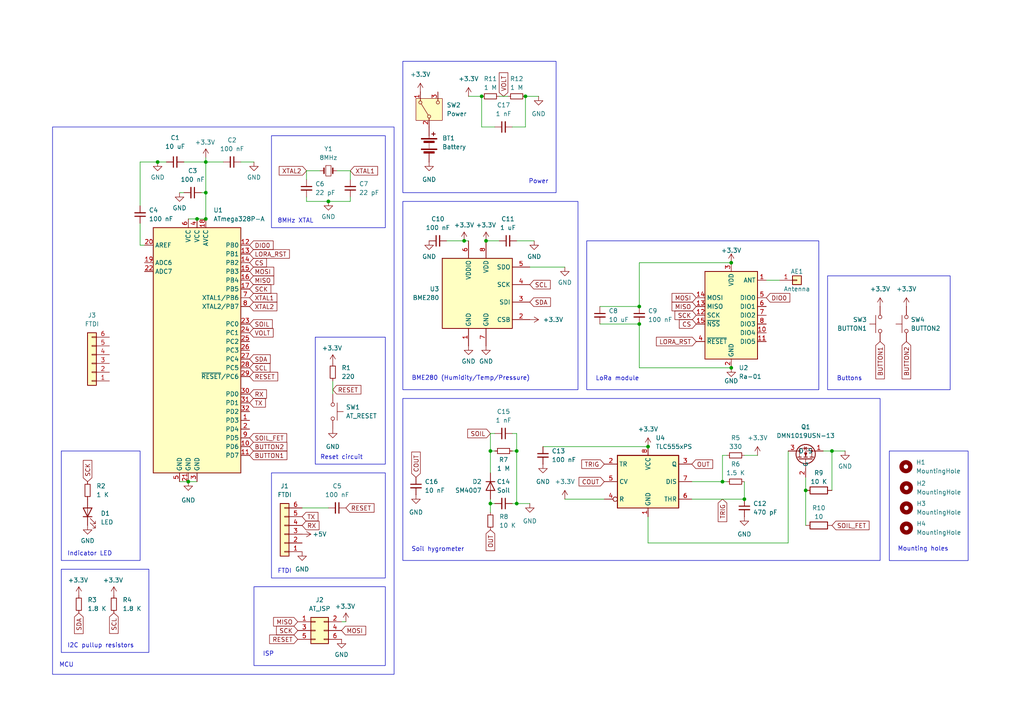
<source format=kicad_sch>
(kicad_sch (version 20231120) (generator "eeschema") (generator_version "8.0")
  (paper "A4")
  (lib_symbols
    (symbol "+3.3V_1" (power) (pin_numbers hide) (pin_names (offset 0) hide)
      (property "Value" "+3.3V" (at 0 3.556 0))
      (symbol "+3.3V_1_1_1"
        (pin power_in line (at 0 0 90) (length 0) (name "~") (number "1"))
      )
    )
    (symbol "+3.3V_2" (power) (pin_numbers hide) (pin_names (offset 0) hide)
      (property "Value" "+3.3V" (at 0 3.556 0))
      (symbol "+3.3V_2_1_1"
        (pin power_in line (at 0 0 90) (length 0) (name "~") (number "1"))
      )
    )
    (symbol "+3.3V_3" (power) (pin_numbers hide) (pin_names (offset 0) hide)
      (property "Value" "+3.3V" (at 0 3.556 0))
      (symbol "+3.3V_3_1_1"
        (pin power_in line (at 0 0 90) (length 0) (name "~") (number "1"))
      )
    )
    (symbol "+3.3V_4" (power) (pin_numbers hide) (pin_names (offset 0) hide)
      (property "Value" "+3.3V" (at 0 3.556 0))
      (symbol "+3.3V_4_1_1"
        (pin power_in line (at 0 0 90) (length 0) (name "~") (number "1"))
      )
    )
    (symbol "+3.3V_5" (power) (pin_numbers hide) (pin_names (offset 0) hide)
      (property "Value" "+3.3V" (at 0 3.556 0))
      (symbol "+3.3V_5_1_1"
        (pin power_in line (at 0 0 90) (length 0) (name "~") (number "1"))
      )
    )
    (symbol "+5V_1" (power) (pin_numbers hide) (pin_names (offset 0) hide)
      (property "Value" "+5V" (at 0 3.556 0))
      (symbol "+5V_1_1_1"
        (pin power_in line (at 0 0 90) (length 0) (name "~") (number "1"))
      )
    )
    (symbol "ATmega328P-A_1"
      (property "Reference" "U" (at -12.7 36.83 0))
      (property "Value" "ATmega328P-A" (at 2.54 -36.83 0))
      (symbol "ATmega328P-A_1_1_1"
        (pin bidirectional line (at 15.24 -20.32 180) (length 2.54) (name "PD3") (number "1"))
        (pin bidirectional line (at 15.24 -27.94 180) (length 2.54) (name "PD6") (number "10"))
        (pin bidirectional line (at 15.24 -30.48 180) (length 2.54) (name "PD7") (number "11"))
        (pin bidirectional line (at 15.24 30.48 180) (length 2.54) (name "PB0") (number "12"))
        (pin bidirectional line (at 15.24 27.94 180) (length 2.54) (name "PB1") (number "13"))
        (pin bidirectional line (at 15.24 25.4 180) (length 2.54) (name "PB2") (number "14"))
        (pin bidirectional line (at 15.24 22.86 180) (length 2.54) (name "PB3") (number "15"))
        (pin bidirectional line (at 15.24 20.32 180) (length 2.54) (name "PB4") (number "16"))
        (pin bidirectional line (at 15.24 17.78 180) (length 2.54) (name "PB5") (number "17"))
        (pin power_in line (at 2.54 38.1 270) (length 2.54) (name "AVCC") (number "18"))
        (pin input line (at -15.24 25.4 0) (length 2.54) (name "ADC6") (number "19"))
        (pin bidirectional line (at 15.24 -22.86 180) (length 2.54) (name "PD4") (number "2"))
        (pin passive line (at -15.24 30.48 0) (length 2.54) (name "AREF") (number "20"))
        (pin passive line (at -2.54 -38.1 90) (length 2.54) (name "GND") (number "21"))
        (pin input line (at -15.24 22.86 0) (length 2.54) (name "ADC7") (number "22"))
        (pin bidirectional line (at 15.24 7.62 180) (length 2.54) (name "PC0") (number "23"))
        (pin bidirectional line (at 15.24 5.08 180) (length 2.54) (name "PC1") (number "24"))
        (pin bidirectional line (at 15.24 2.54 180) (length 2.54) (name "PC2") (number "25"))
        (pin bidirectional line (at 15.24 0 180) (length 2.54) (name "PC3") (number "26"))
        (pin bidirectional line (at 15.24 -2.54 180) (length 2.54) (name "PC4") (number "27"))
        (pin bidirectional line (at 15.24 -5.08 180) (length 2.54) (name "PC5") (number "28"))
        (pin bidirectional line (at 15.24 -7.62 180) (length 2.54) (name "~{RESET}/PC6") (number "29"))
        (pin power_in line (at 0 -38.1 90) (length 2.54) (name "GND") (number "3"))
        (pin bidirectional line (at 15.24 -12.7 180) (length 2.54) (name "PD0") (number "30"))
        (pin bidirectional line (at 15.24 -15.24 180) (length 2.54) (name "PD1") (number "31"))
        (pin bidirectional line (at 15.24 -17.78 180) (length 2.54) (name "PD2") (number "32"))
        (pin power_in line (at 0 38.1 270) (length 2.54) (name "VCC") (number "4"))
        (pin passive line (at -5.08 -38.1 90) (length 2.54) (name "GND") (number "5"))
        (pin passive line (at -2.54 38.1 270) (length 2.54) (name "VCC") (number "6"))
        (pin bidirectional line (at 15.24 15.24 180) (length 2.54) (name "XTAL1/PB6") (number "7"))
        (pin bidirectional line (at 15.24 12.7 180) (length 2.54) (name "XTAL2/PB7") (number "8"))
        (pin bidirectional line (at 15.24 -25.4 180) (length 2.54) (name "PD5") (number "9"))
      )
    )
    (symbol "Connector_Generic:Conn_01x01" (pin_names (offset 1.016) hide)
      (property "Reference" "J" (at 0 2.54 0))
      (property "Value" "Conn_01x01" (at 0 -2.54 0))
      (symbol "Conn_01x01_1_1"
        (pin passive line (at -5.08 0 0) (length 3.81) (name "Pin_1") (number "1"))
      )
    )
    (symbol "Connector_Generic:Conn_01x06" (pin_names (offset 1.016) hide)
      (property "Reference" "J" (at 0 7.62 0))
      (property "Value" "Conn_01x06" (at 0 -10.16 0))
      (symbol "Conn_01x06_1_1"
        (pin passive line (at -5.08 5.08 0) (length 3.81) (name "Pin_1") (number "1"))
        (pin passive line (at -5.08 2.54 0) (length 3.81) (name "Pin_2") (number "2"))
        (pin passive line (at -5.08 0 0) (length 3.81) (name "Pin_3") (number "3"))
        (pin passive line (at -5.08 -2.54 0) (length 3.81) (name "Pin_4") (number "4"))
        (pin passive line (at -5.08 -5.08 0) (length 3.81) (name "Pin_5") (number "5"))
        (pin passive line (at -5.08 -7.62 0) (length 3.81) (name "Pin_6") (number "6"))
      )
    )
    (symbol "Connector_Generic:Conn_02x03_Odd_Even" (pin_names (offset 1.016) hide)
      (property "Reference" "J" (at 1.27 5.08 0))
      (property "Value" "Conn_02x03_Odd_Even" (at 1.27 -5.08 0))
      (symbol "Conn_02x03_Odd_Even_1_1"
        (pin passive line (at -5.08 2.54 0) (length 3.81) (name "Pin_1") (number "1"))
        (pin passive line (at 7.62 2.54 180) (length 3.81) (name "Pin_2") (number "2"))
        (pin passive line (at -5.08 0 0) (length 3.81) (name "Pin_3") (number "3"))
        (pin passive line (at 7.62 0 180) (length 3.81) (name "Pin_4") (number "4"))
        (pin passive line (at -5.08 -2.54 0) (length 3.81) (name "Pin_5") (number "5"))
        (pin passive line (at 7.62 -2.54 180) (length 3.81) (name "Pin_6") (number "6"))
      )
    )
    (symbol "Device:Battery" (pin_numbers hide) (pin_names (offset 0) hide)
      (property "Reference" "BT" (at 2.54 2.54 0))
      (property "Value" "Battery" (at 2.54 0 0))
      (symbol "Battery_1_1"
        (pin passive line (at 0 5.08 270) (length 2.54) (name "+") (number "1"))
        (pin passive line (at 0 -5.08 90) (length 2.54) (name "-") (number "2"))
      )
    )
    (symbol "Device:C_Small" (pin_numbers hide) (pin_names (offset 0.254) hide)
      (property "Reference" "C" (at 0.254 1.778 0))
      (property "Value" "C_Small" (at 0.254 -2.032 0))
      (symbol "C_Small_1_1"
        (pin passive line (at 0 2.54 270) (length 2.032) (name "~") (number "1"))
        (pin passive line (at 0 -2.54 90) (length 2.032) (name "~") (number "2"))
      )
    )
    (symbol "Device:Crystal_Small" (pin_numbers hide) (pin_names (offset 1.016) hide)
      (property "Reference" "Y" (at 0 2.54 0))
      (property "Value" "Crystal_Small" (at 0 -2.54 0))
      (symbol "Crystal_Small_1_1"
        (pin passive line (at -2.54 0 0) (length 1.27) (name "1") (number "1"))
        (pin passive line (at 2.54 0 180) (length 1.27) (name "2") (number "2"))
      )
    )
    (symbol "Device:LED" (pin_numbers hide) (pin_names (offset 1.016) hide)
      (property "Reference" "D" (at 0 2.54 0))
      (property "Value" "LED" (at 0 -2.54 0))
      (symbol "LED_1_1"
        (pin passive line (at -3.81 0 0) (length 2.54) (name "K") (number "1"))
        (pin passive line (at 3.81 0 180) (length 2.54) (name "A") (number "2"))
      )
    )
    (symbol "Device:R" (pin_numbers hide) (pin_names (offset 0))
      (property "Reference" "R" (at 2.032 0 90))
      (property "Value" "R" (at 0 0 90))
      (symbol "R_1_1"
        (pin passive line (at 0 3.81 270) (length 1.27) (name "~") (number "1"))
        (pin passive line (at 0 -3.81 90) (length 1.27) (name "~") (number "2"))
      )
    )
    (symbol "Device:R_Small" (pin_numbers hide) (pin_names (offset 0.254) hide)
      (property "Reference" "R" (at 0.762 0.508 0))
      (property "Value" "R_Small" (at 0.762 -1.016 0))
      (symbol "R_Small_1_1"
        (pin passive line (at 0 2.54 270) (length 0.762) (name "~") (number "1"))
        (pin passive line (at 0 -2.54 90) (length 0.762) (name "~") (number "2"))
      )
    )
    (symbol "Diode:SM4007" (pin_numbers hide) (pin_names hide)
      (property "Reference" "D" (at 0 2.54 0))
      (property "Value" "SM4007" (at 0 -2.54 0))
      (symbol "SM4007_1_1"
        (pin passive line (at -3.81 0 0) (length 2.54) (name "K") (number "1"))
        (pin passive line (at 3.81 0 180) (length 2.54) (name "A") (number "2"))
      )
    )
    (symbol "GND_1" (power) (pin_numbers hide) (pin_names (offset 0) hide)
      (property "Value" "GND" (at 0 -3.81 0))
      (symbol "GND_1_1_1"
        (pin power_in line (at 0 0 270) (length 0) (name "~") (number "1"))
      )
    )
    (symbol "GND_15" (power) (pin_names (offset 0))
      (property "Value" "GND_15" (at 0 -3.81 0))
      (symbol "GND_15_1_1"
        (pin power_in line (at 0 0 270) (length 0) hide (name "GND") (number "1"))
      )
    )
    (symbol "GND_16" (power) (pin_numbers hide) (pin_names (offset 0) hide)
      (property "Value" "GND" (at 0 -3.81 0))
      (symbol "GND_16_1_1"
        (pin power_in line (at 0 0 270) (length 0) (name "~") (number "1"))
      )
    )
    (symbol "GND_3" (power) (pin_names (offset 0))
      (property "Value" "GND_3" (at 0 -3.81 0))
      (symbol "GND_3_1_1"
        (pin power_in line (at 0 0 270) (length 0) hide (name "GND") (number "1"))
      )
    )
    (symbol "GND_4" (power) (pin_names (offset 0))
      (property "Value" "GND_4" (at 0 -3.81 0))
      (symbol "GND_4_1_1"
        (pin power_in line (at 0 0 270) (length 0) hide (name "GND") (number "1"))
      )
    )
    (symbol "Mechanical:MountingHole" (pin_names (offset 1.016))
      (property "Reference" "H" (at 0 5.08 0))
      (property "Value" "MountingHole" (at 0 3.175 0))
    )
    (symbol "RF_Module:Ai-Thinker-Ra-01"
      (property "Reference" "U" (at 2.54 17.78 0))
      (property "Value" "Ai-Thinker-Ra-01" (at 13.97 -15.24 0))
      (symbol "Ai-Thinker-Ra-01_1_1"
        (pin passive line (at 10.16 10.16 180) (length 2.54) (name "ANT") (number "1"))
        (pin bidirectional line (at 10.16 -5.08 180) (length 2.54) (name "DIO4") (number "10"))
        (pin bidirectional line (at 10.16 -7.62 180) (length 2.54) (name "DIO5") (number "11"))
        (pin input line (at -10.16 0 0) (length 2.54) (name "SCK") (number "12"))
        (pin output line (at -10.16 2.54 0) (length 2.54) (name "MISO") (number "13"))
        (pin input line (at -10.16 5.08 0) (length 2.54) (name "MOSI") (number "14"))
        (pin input line (at -10.16 -2.54 0) (length 2.54) (name "~{NSS}") (number "15"))
        (pin passive line (at 0 -15.24 90) (length 2.54) hide (name "GND") (number "16"))
        (pin power_in line (at 0 -15.24 90) (length 2.54) (name "GND") (number "2"))
        (pin power_in line (at 0 15.24 270) (length 2.54) (name "VDD") (number "3"))
        (pin input line (at -10.16 -7.62 0) (length 2.54) (name "~{RESET}") (number "4"))
        (pin bidirectional line (at 10.16 5.08 180) (length 2.54) (name "DIO0") (number "5"))
        (pin bidirectional line (at 10.16 2.54 180) (length 2.54) (name "DIO1") (number "6"))
        (pin bidirectional line (at 10.16 0 180) (length 2.54) (name "DIO2") (number "7"))
        (pin bidirectional line (at 10.16 -2.54 180) (length 2.54) (name "DIO3") (number "8"))
        (pin passive line (at 0 -15.24 90) (length 2.54) hide (name "GND") (number "9"))
      )
    )
    (symbol "Sensor:BME280"
      (property "Reference" "U" (at -8.89 11.43 0))
      (property "Value" "BME280" (at 7.62 11.43 0))
      (symbol "BME280_1_1"
        (pin power_in line (at -2.54 -15.24 90) (length 5.08) (name "GND") (number "1"))
        (pin input line (at 15.24 -7.62 180) (length 5.08) (name "CSB") (number "2"))
        (pin bidirectional line (at 15.24 -2.54 180) (length 5.08) (name "SDI") (number "3"))
        (pin input line (at 15.24 2.54 180) (length 5.08) (name "SCK") (number "4"))
        (pin bidirectional line (at 15.24 7.62 180) (length 5.08) (name "SDO") (number "5"))
        (pin power_in line (at -2.54 15.24 270) (length 5.08) (name "VDDIO") (number "6"))
        (pin power_in line (at 2.54 -15.24 90) (length 5.08) (name "GND") (number "7"))
        (pin power_in line (at 2.54 15.24 270) (length 5.08) (name "VDD") (number "8"))
      )
    )
    (symbol "Switch:SW_Push" (pin_numbers hide) (pin_names (offset 1.016) hide)
      (property "Reference" "SW" (at 1.27 2.54 0))
      (property "Value" "SW_Push" (at 0 -1.524 0))
      (symbol "SW_Push_0_1"
        (pin passive line (at -5.08 0 0) (length 2.54) (name "1") (number "1"))
        (pin passive line (at 5.08 0 180) (length 2.54) (name "2") (number "2"))
      )
    )
    (symbol "Switch:SW_SPDT" (pin_names (offset 0) hide)
      (property "Reference" "SW" (at 0 5.08 0))
      (property "Value" "SW_SPDT" (at 0 -5.08 0))
      (symbol "SW_SPDT_1_1"
        (pin passive line (at 5.08 2.54 180) (length 2.54) (name "A") (number "1"))
        (pin passive line (at -5.08 0 0) (length 2.54) (name "B") (number "2"))
        (pin passive line (at 5.08 -2.54 180) (length 2.54) (name "C") (number "3"))
      )
    )
    (symbol "Timer:TLC555xPS"
      (property "Reference" "U" (at -10.16 8.89 0))
      (property "Value" "TLC555xPS" (at 2.54 8.89 0))
      (symbol "TLC555xPS_0_0"
        (pin power_in line (at 0 -10.16 90) (length 2.54) (name "GND") (number "1"))
        (pin power_in line (at 0 10.16 270) (length 2.54) (name "VCC") (number "8"))
      )
      (symbol "TLC555xPS_1_1"
        (pin input line (at -12.7 5.08 0) (length 3.81) (name "TR") (number "2"))
        (pin output line (at 12.7 5.08 180) (length 3.81) (name "Q") (number "3"))
        (pin input inverted (at -12.7 -5.08 0) (length 3.81) (name "R") (number "4"))
        (pin input line (at -12.7 0 0) (length 3.81) (name "CV") (number "5"))
        (pin input line (at 12.7 -5.08 180) (length 3.81) (name "THR") (number "6"))
        (pin input line (at 12.7 0 180) (length 3.81) (name "DIS") (number "7"))
      )
    )
    (symbol "Transistor_FET:DMN1019USN-13"
      (property "Reference" "U" (at 0 0 0))
      (symbol "DMN1019USN-13_1_1"
        (pin passive line (at -3.81 -5.08 90) (length 2.54) (name "S") (number "1"))
        (pin input line (at -11.43 0 0) (length 2.54) (name "G") (number "2"))
        (pin passive line (at -3.81 5.08 270) (length 2.54) (name "D") (number "3"))
      )
    )
    (symbol "power:+3.3V" (power) (pin_names (offset 0))
      (property "Value" "+3.3V" (at 0 3.556 0))
      (symbol "+3.3V_1_1"
        (pin power_in line (at 0 0 90) (length 0) hide (name "+3.3V") (number "1"))
      )
    )
    (symbol "power:GND" (power) (pin_numbers hide) (pin_names (offset 0) hide)
      (property "Value" "GND" (at 0 -3.81 0))
      (symbol "GND_1_1"
        (pin power_in line (at 0 0 270) (length 0) (name "~") (number "1"))
      )
    )
    (symbol "symbols:C_Small" (pin_numbers hide) (pin_names (offset 0.254) hide)
      (property "Reference" "C" (at 0.254 1.778 0))
      (property "Value" "C_Small" (at 0.254 -2.032 0))
      (symbol "C_Small_1_1"
        (pin passive line (at 0 2.54 270) (length 2.032) (name "~") (number "1"))
        (pin passive line (at 0 -2.54 90) (length 2.032) (name "~") (number "2"))
      )
    )
  )
  (junction (at 149.86 130.81))
  (junction (at 152.4 27.94))
  (junction (at 142.24 146.05))
  (junction (at 185.42 88.9))
  (junction (at 215.9 144.78))
  (junction (at 209.55 139.7))
  (junction (at 140.97 69.85))
  (junction (at 54.61 139.7))
  (junction (at 95.25 58.42))
  (junction (at 241.3 130.81))
  (junction (at 139.7 27.94))
  (junction (at 59.69 55.88))
  (junction (at 45.72 46.99))
  (junction (at 185.42 93.98))
  (junction (at 57.15 63.5))
  (junction (at 134.62 69.85))
  (junction (at 212.09 76.2))
  (junction (at 233.68 142.24))
  (junction (at 212.09 106.68))
  (junction (at 59.69 46.99))
  (junction (at 187.96 129.54))
  (junction (at 142.24 130.81))
  (junction (at 149.86 146.05))
  (junction (at 59.69 63.5))
  (wire (pts (xy 101.6 49.53) (xy 97.79 49.53)))
  (wire (pts (xy 215.9 139.7) (xy 215.9 144.78)))
  (wire (pts (xy 149.86 130.81) (xy 148.59 130.81)))
  (wire (pts (xy 96.52 110.49) (xy 96.52 114.3)))
  (wire (pts (xy 142.24 144.78) (xy 142.24 146.05)))
  (wire (pts (xy 233.68 138.43) (xy 233.68 142.24)))
  (wire (pts (xy 245.11 130.81) (xy 241.3 130.81)))
  (wire (pts (xy 185.42 88.9) (xy 185.42 76.2)))
  (wire (pts (xy 139.7 36.83) (xy 143.51 36.83)))
  (wire (pts (xy 135.89 27.94) (xy 139.7 27.94)))
  (wire (pts (xy 215.9 132.08) (xy 219.71 132.08)))
  (wire (pts (xy 54.61 139.7) (xy 57.15 139.7)))
  (wire (pts (xy 40.64 46.99) (xy 45.72 46.99)))
  (wire (pts (xy 53.34 46.99) (xy 59.69 46.99)))
  (wire (pts (xy 149.86 146.05) (xy 149.86 130.81)))
  (wire (pts (xy 200.66 144.78) (xy 215.9 144.78)))
  (wire (pts (xy 149.86 125.73) (xy 149.86 130.81)))
  (wire (pts (xy 54.61 63.5) (xy 57.15 63.5)))
  (wire (pts (xy 88.9 58.42) (xy 88.9 57.15)))
  (wire (pts (xy 209.55 132.08) (xy 210.82 132.08)))
  (wire (pts (xy 73.66 46.99) (xy 69.85 46.99)))
  (wire (pts (xy 163.83 144.78) (xy 175.26 144.78)))
  (wire (pts (xy 152.4 27.94) (xy 156.21 27.94)))
  (wire (pts (xy 142.24 146.05) (xy 143.51 146.05)))
  (wire (pts (xy 152.4 36.83) (xy 152.4 27.94)))
  (wire (pts (xy 185.42 106.68) (xy 212.09 106.68)))
  (wire (pts (xy 139.7 27.94) (xy 139.7 36.83)))
  (wire (pts (xy 210.82 139.7) (xy 209.55 139.7)))
  (wire (pts (xy 200.66 139.7) (xy 209.55 139.7)))
  (wire (pts (xy 226.06 81.28) (xy 222.25 81.28)))
  (wire (pts (xy 185.42 76.2) (xy 212.09 76.2)))
  (wire (pts (xy 173.99 88.9) (xy 185.42 88.9)))
  (wire (pts (xy 100.33 180.34) (xy 99.06 180.34)))
  (wire (pts (xy 101.6 49.53) (xy 101.6 52.07)))
  (wire (pts (xy 40.64 64.77) (xy 40.64 71.12)))
  (wire (pts (xy 148.59 146.05) (xy 149.86 146.05)))
  (wire (pts (xy 88.9 49.53) (xy 92.71 49.53)))
  (wire (pts (xy 238.76 130.81) (xy 241.3 130.81)))
  (wire (pts (xy 149.86 125.73) (xy 148.59 125.73)))
  (wire (pts (xy 148.59 36.83) (xy 152.4 36.83)))
  (wire (pts (xy 40.64 71.12) (xy 41.91 71.12)))
  (wire (pts (xy 59.69 46.99) (xy 59.69 55.88)))
  (wire (pts (xy 173.99 93.98) (xy 185.42 93.98)))
  (wire (pts (xy 59.69 46.99) (xy 64.77 46.99)))
  (wire (pts (xy 142.24 130.81) (xy 142.24 137.16)))
  (wire (pts (xy 59.69 45.72) (xy 59.69 46.99)))
  (wire (pts (xy 59.69 55.88) (xy 59.69 63.5)))
  (wire (pts (xy 209.55 132.08) (xy 209.55 139.7)))
  (wire (pts (xy 57.15 63.5) (xy 59.69 63.5)))
  (wire (pts (xy 58.42 55.88) (xy 59.69 55.88)))
  (wire (pts (xy 142.24 146.05) (xy 142.24 148.59)))
  (wire (pts (xy 142.24 125.73) (xy 143.51 125.73)))
  (wire (pts (xy 142.24 125.73) (xy 142.24 130.81)))
  (wire (pts (xy 129.54 69.85) (xy 134.62 69.85)))
  (wire (pts (xy 95.25 58.42) (xy 101.6 58.42)))
  (wire (pts (xy 40.64 46.99) (xy 40.64 59.69)))
  (wire (pts (xy 157.48 129.54) (xy 187.96 129.54)))
  (wire (pts (xy 149.86 146.05) (xy 153.67 146.05)))
  (wire (pts (xy 228.6 157.48) (xy 228.6 130.81)))
  (wire (pts (xy 241.3 130.81) (xy 241.3 142.24)))
  (wire (pts (xy 187.96 157.48) (xy 228.6 157.48)))
  (wire (pts (xy 233.68 142.24) (xy 233.68 152.4)))
  (wire (pts (xy 185.42 93.98) (xy 185.42 106.68)))
  (wire (pts (xy 140.97 69.85) (xy 144.78 69.85)))
  (wire (pts (xy 153.67 77.47) (xy 163.83 77.47)))
  (wire (pts (xy 147.32 27.94) (xy 144.78 27.94)))
  (wire (pts (xy 143.51 130.81) (xy 142.24 130.81)))
  (wire (pts (xy 88.9 52.07) (xy 88.9 49.53)))
  (wire (pts (xy 88.9 58.42) (xy 95.25 58.42)))
  (wire (pts (xy 187.96 149.86) (xy 187.96 157.48)))
  (wire (pts (xy 45.72 46.99) (xy 48.26 46.99)))
  (wire (pts (xy 134.62 69.85) (xy 135.89 69.85)))
  (wire (pts (xy 101.6 57.15) (xy 101.6 58.42)))
  (wire (pts (xy 54.61 139.7) (xy 52.07 139.7)))
  (wire (pts (xy 52.07 55.88) (xy 53.34 55.88)))
  (wire (pts (xy 95.25 147.32) (xy 87.63 147.32)))
  (wire (pts (xy 149.86 69.85) (xy 154.94 69.85)))
  (rectangle (start 17.78 165.1) (end 43.18 189.23))
  (rectangle (start 116.84 58.42) (end 167.64 113.03))
  (rectangle (start 78.74 39.37) (end 111.76 66.04))
  (rectangle (start 240.03 80.01) (end 275.59 113.03))
  (rectangle (start 116.84 17.78) (end 161.29 55.88))
  (rectangle (start 116.84 115.57) (end 255.27 162.56))
  (rectangle (start 170.18 69.85) (end 237.49 113.03))
  (rectangle (start 91.44 97.79) (end 111.76 134.62))
  (rectangle (start 257.9401 130.81) (end 280.8001 162.5849))
  (rectangle (start 15.24 36.83) (end 114.3 195.58))
  (rectangle (start 73.66 170.18) (end 111.76 193.04))
  (rectangle (start 78.74 137.16) (end 111.76 167.64))
  (rectangle (start 17.78 130.81) (end 40.64 162.56))
  (text "Power" (at 156.21 52.705 0) (effects (font (size 1.27 1.27))))
  (text "LoRa module" (at 179.07 109.855 0) (effects (font (size 1.27 1.27))))
  (text "Buttons\n" (at 246.38 109.855 0) (effects (font (size 1.27 1.27))))
  (text "Reset circuit" (at 99.06 132.715 0) (effects (font (size 1.27 1.27))))
  (text "FTDI" (at 82.55 165.735 0) (effects (font (size 1.27 1.27))))
  (text "Indicator LED" (at 26.035 160.655 0) (effects (font (size 1.27 1.27))))
  (text "BME280 (Humidity/Temp/Pressure)" (at 119.38 110.49 0) (effects (font (size 1.27 1.27)) (justify left bottom)))
  (text "I2C pullup resistors" (at 29.21 187.325 0) (effects (font (size 1.27 1.27))))
  (text "8MHz XTAL" (at 85.725 64.135 0) (effects (font (size 1.27 1.27))))
  (text "MCU" (at 17.145 193.675 0) (effects (font (size 1.27 1.27)) (justify left bottom)))
  (text "Soil hygrometer" (at 127 159.385 0) (effects (font (size 1.27 1.27))))
  (text "ISP" (at 76.2 190.5 0) (effects (font (size 1.27 1.27)) (justify left bottom)))
  (text "Mounting holes" (at 260.35 160.02 0) (effects (font (size 1.27 1.27)) (justify left bottom)))
  (global_label "OUT" (shape input) (at 142.24 153.67 270) (property "Intersheetrefs" "${INTERSHEET_REFS}" (effects (hide yes))))
  (global_label "SCL" (shape input) (at 153.67 82.55 0) (property "Intersheetrefs" "${INTERSHEET_REFS}" (effects (hide yes))))
  (global_label "XTAL2" (shape input) (at 88.9 49.53 180) (property "Intersheetrefs" "${INTERSHEET_REFS}" (effects (hide yes))))
  (global_label "MISO" (shape input) (at 86.36 180.34 180) (property "Intersheetrefs" "${INTERSHEET_REFS}" (effects (hide yes))))
  (global_label "LORA_RST" (shape input) (at 201.93 99.06 180) (property "Intersheetrefs" "${INTERSHEET_REFS}" (effects (hide yes))))
  (global_label "RESET" (shape input) (at 72.39 109.22 0) (property "Intersheetrefs" "${INTERSHEET_REFS}" (effects (hide yes))))
  (global_label "COUT" (shape input) (at 175.26 139.7 180) (property "Intersheetrefs" "${INTERSHEET_REFS}" (effects (hide yes))))
  (global_label "SDA" (shape input) (at 22.86 177.8 270) (property "Intersheetrefs" "${INTERSHEET_REFS}" (effects (hide yes))))
  (global_label "XTAL1" (shape input) (at 72.39 86.36 0) (property "Intersheetrefs" "${INTERSHEET_REFS}" (effects (hide yes))))
  (global_label "SCK" (shape input) (at 86.36 182.88 180) (property "Intersheetrefs" "${INTERSHEET_REFS}" (effects (hide yes))))
  (global_label "XTAL1" (shape input) (at 101.6 49.53 0) (property "Intersheetrefs" "${INTERSHEET_REFS}" (effects (hide yes))))
  (global_label "SOIL" (shape input) (at 142.24 125.73 180) (property "Intersheetrefs" "${INTERSHEET_REFS}" (effects (hide yes))))
  (global_label "BUTTON1" (shape input) (at 255.27 99.06 270) (property "Intersheetrefs" "${INTERSHEET_REFS}" (effects (hide yes))))
  (global_label "RX" (shape input) (at 87.63 152.4 0) (property "Intersheetrefs" "${INTERSHEET_REFS}" (effects (hide yes))))
  (global_label "TRIG" (shape input) (at 175.26 134.62 180) (property "Intersheetrefs" "${INTERSHEET_REFS}" (effects (hide yes))))
  (global_label "SOIL" (shape input) (at 72.39 93.98 0) (property "Intersheetrefs" "${INTERSHEET_REFS}" (effects (hide yes))))
  (global_label "SCK" (shape input) (at 72.39 83.82 0) (property "Intersheetrefs" "${INTERSHEET_REFS}" (effects (hide yes))))
  (global_label "CS" (shape input) (at 201.93 93.98 180) (property "Intersheetrefs" "${INTERSHEET_REFS}" (effects (hide yes))))
  (global_label "SOIL_FET" (shape input) (at 72.39 127 0) (property "Intersheetrefs" "${INTERSHEET_REFS}" (effects (hide yes))))
  (global_label "SDA" (shape input) (at 72.39 104.14 0) (property "Intersheetrefs" "${INTERSHEET_REFS}" (effects (hide yes))))
  (global_label "SOIL_FET" (shape input) (at 241.3 152.4 0) (property "Intersheetrefs" "${INTERSHEET_REFS}" (effects (hide yes))))
  (global_label "SCL" (shape input) (at 72.39 106.68 0) (property "Intersheetrefs" "${INTERSHEET_REFS}" (effects (hide yes))))
  (global_label "XTAL2" (shape input) (at 72.39 88.9 0) (property "Intersheetrefs" "${INTERSHEET_REFS}" (effects (hide yes))))
  (global_label "DIO0" (shape input) (at 72.39 71.12 0) (property "Intersheetrefs" "${INTERSHEET_REFS}" (effects (hide yes))))
  (global_label "LORA_RST" (shape input) (at 72.39 73.66 0) (property "Intersheetrefs" "${INTERSHEET_REFS}" (effects (hide yes))))
  (global_label "DIO0" (shape input) (at 222.25 86.36 0) (property "Intersheetrefs" "${INTERSHEET_REFS}" (effects (hide yes))))
  (global_label "VOLT" (shape input) (at 72.39 96.52 0) (property "Intersheetrefs" "${INTERSHEET_REFS}" (effects (hide yes))))
  (global_label "VOLT" (shape input) (at 146.05 27.94 90) (property "Intersheetrefs" "${INTERSHEET_REFS}" (effects (hide yes))))
  (global_label "SCL" (shape input) (at 33.02 177.8 270) (property "Intersheetrefs" "${INTERSHEET_REFS}" (effects (hide yes))))
  (global_label "RESET" (shape input) (at 86.36 185.42 180) (property "Intersheetrefs" "${INTERSHEET_REFS}" (effects (hide yes))))
  (global_label "RESET" (shape input) (at 96.52 113.03 0) (property "Intersheetrefs" "${INTERSHEET_REFS}" (effects (hide yes))))
  (global_label "MOSI" (shape input) (at 72.39 78.74 0) (property "Intersheetrefs" "${INTERSHEET_REFS}" (effects (hide yes))))
  (global_label "COUT" (shape input) (at 120.65 138.43 90) (property "Intersheetrefs" "${INTERSHEET_REFS}" (effects (hide yes))))
  (global_label "SCK" (shape input) (at 25.4 139.7 90) (property "Intersheetrefs" "${INTERSHEET_REFS}" (effects (hide yes))))
  (global_label "MISO" (shape input) (at 72.39 81.28 0) (property "Intersheetrefs" "${INTERSHEET_REFS}" (effects (hide yes))))
  (global_label "BUTTON2" (shape input) (at 262.89 99.06 270) (property "Intersheetrefs" "${INTERSHEET_REFS}" (effects (hide yes))))
  (global_label "TRIG" (shape input) (at 209.55 144.78 270) (property "Intersheetrefs" "${INTERSHEET_REFS}" (effects (hide yes))))
  (global_label "OUT" (shape input) (at 200.66 134.62 0) (property "Intersheetrefs" "${INTERSHEET_REFS}" (effects (hide yes))))
  (global_label "RESET" (shape input) (at 100.33 147.32 0) (property "Intersheetrefs" "${INTERSHEET_REFS}" (effects (hide yes))))
  (global_label "RX" (shape input) (at 72.39 114.3 0) (property "Intersheetrefs" "${INTERSHEET_REFS}" (effects (hide yes))))
  (global_label "TX" (shape input) (at 72.39 116.84 0) (property "Intersheetrefs" "${INTERSHEET_REFS}" (effects (hide yes))))
  (global_label "BUTTON2" (shape input) (at 72.39 129.54 0) (property "Intersheetrefs" "${INTERSHEET_REFS}" (effects (hide yes))))
  (global_label "BUTTON1" (shape input) (at 72.39 132.08 0) (property "Intersheetrefs" "${INTERSHEET_REFS}" (effects (hide yes))))
  (global_label "SCK" (shape input) (at 201.93 91.44 180) (property "Intersheetrefs" "${INTERSHEET_REFS}" (effects (hide yes))))
  (global_label "TX" (shape input) (at 87.63 149.86 0) (property "Intersheetrefs" "${INTERSHEET_REFS}" (effects (hide yes))))
  (global_label "SDA" (shape input) (at 153.67 87.63 0) (property "Intersheetrefs" "${INTERSHEET_REFS}" (effects (hide yes))))
  (global_label "MOSI" (shape input) (at 201.93 86.36 180) (property "Intersheetrefs" "${INTERSHEET_REFS}" (effects (hide yes))))
  (global_label "CS" (shape input) (at 72.39 76.2 0) (property "Intersheetrefs" "${INTERSHEET_REFS}" (effects (hide yes))))
  (global_label "MOSI" (shape input) (at 99.06 182.88 0) (property "Intersheetrefs" "${INTERSHEET_REFS}" (effects (hide yes))))
  (global_label "MISO" (shape input) (at 201.93 88.9 180) (property "Intersheetrefs" "${INTERSHEET_REFS}" (effects (hide yes))))
  (symbol (lib_id "Switch:SW_Push") (at 262.89 93.98 90) (unit 1)
    (property "Reference" "SW4" (at 264.16 92.7099 90) (effects (justify right)))
    (property "Value" "BUTTON2" (at 264.16 95.2499 90) (effects (justify right)))
    (property "Footprint" "Button_Switch_SMD:SW_SPST_CK_RS282G05A3" (effects (hide yes)))
  )
  (symbol (lib_name "GND_16") (lib_id "power:GND") (at 245.11 130.81 0) (unit 1)
    (property "Reference" "#PWR038" (effects (hide yes)))
    (property "Value" "GND" (at 245.11 135.255 0))
    (property "Description" "Power symbol creates a global label with name \"GND\" , ground" (effects (hide yes)))
  )
  (symbol (lib_id "Device:R_Small") (at 22.86 175.26 180) (unit 1)
    (property "Reference" "R3" (at 25.4 173.9899 0) (effects (justify right)))
    (property "Value" "1.8 K" (at 25.4 176.5299 0) (effects (justify right)))
    (property "Footprint" "Resistor_SMD:R_0603_1608Metric" (effects (hide yes)))
    (property "LCSC" "C4177" (effects (hide yes)))
  )
  (symbol (lib_name "GND_15") (lib_id "power:GND") (at 96.52 124.46 0) (unit 1)
    (property "Reference" "#PWR06" (effects (hide yes)))
    (property "Value" "GND" (at 96.52 129.54 0))
  )
  (symbol (lib_id "Device:R_Small") (at 213.36 139.7 90) (unit 1)
    (property "Reference" "R6" (at 213.36 134.62 90))
    (property "Value" "1.5 K" (at 213.36 137.16 90))
    (property "Footprint" "Resistor_SMD:R_0402_1005Metric" (effects (hide yes)))
    (property "Description" "Resistor, small symbol" (effects (hide yes)))
  )
  (symbol (lib_id "Connector_Generic:Conn_01x01") (at 231.14 81.28 0) (unit 1)
    (property "Reference" "AE1" (at 231.14 78.74 0))
    (property "Value" "Antenna" (at 231.14 83.82 0))
    (property "Footprint" "Connector_PinHeader_2.54mm:PinHeader_1x01_P2.54mm_Vertical" (effects (hide yes)))
    (property "Description" "Generic connector, single row, 01x01, script generated (kicad-library-utils/schlib/autogen/connector/)" (effects (hide yes)))
  )
  (symbol (lib_name "GND_4") (lib_id "power:GND") (at 99.06 185.42 0) (unit 1)
    (property "Reference" "#PWR015" (effects (hide yes)))
    (property "Value" "GND" (at 99.06 189.865 0))
  )
  (symbol (lib_id "Device:R") (at 237.49 152.4 90) (unit 1)
    (property "Reference" "R10" (at 237.49 147.32 90))
    (property "Value" "10" (at 237.49 149.86 90))
    (property "Footprint" "Resistor_SMD:R_0402_1005Metric" (effects (hide yes)))
    (property "LCSC" "C25077" (effects (hide yes)))
  )
  (symbol (lib_id "Device:C_Small") (at 157.48 132.08 0) (unit 1)
    (property "Reference" "C13" (at 160.02 130.8162 0) (effects (justify left)))
    (property "Value" "100 nF" (at 160.02 133.3562 0) (effects (justify left)))
    (property "Footprint" "Capacitor_SMD:C_0402_1005Metric" (effects (hide yes)))
    (property "Description" "Unpolarized capacitor, small symbol" (effects (hide yes)))
    (property "LCSC" "C1525" (effects (hide yes)))
  )
  (symbol (lib_id "Switch:SW_Push") (at 255.27 93.98 90) (unit 1)
    (property "Reference" "SW3" (at 251.46 92.7099 90) (effects (justify left)))
    (property "Value" "BUTTON1" (at 251.46 95.2499 90) (effects (justify left)))
    (property "Footprint" "Button_Switch_SMD:SW_SPST_CK_RS282G05A3" (effects (hide yes)))
  )
  (symbol (lib_name "+3.3V_3") (lib_id "power:+3.3V") (at 255.27 88.9 0) (unit 1)
    (property "Reference" "#PWR032" (effects (hide yes)))
    (property "Value" "+3.3V" (at 255.27 83.82 0))
    (property "Description" "Power symbol creates a global label with name \"+3.3V\"" (effects (hide yes)))
  )
  (symbol (lib_id "Mechanical:MountingHole") (at 262.89 153.162 0) (unit 1)
    (property "Reference" "H4" (at 265.8141 151.892 0) (effects (justify left)))
    (property "Value" "MountingHole" (at 265.8141 154.432 0) (effects (justify left)))
    (property "Footprint" "MountingHole:MountingHole_2.2mm_M2" (effects (hide yes)))
  )
  (symbol (lib_id "power:+3.3V") (at 100.33 180.34 0) (unit 1)
    (property "Reference" "#PWR014" (effects (hide yes)))
    (property "Value" "+3.3V" (at 97.155 175.895 0) (effects (justify left)))
  )
  (symbol (lib_name "+3.3V_1") (lib_id "power:+3.3V") (at 135.89 27.94 0) (unit 1)
    (property "Reference" "#PWR039" (effects (hide yes)))
    (property "Value" "+3.3V" (at 135.89 22.86 0))
    (property "Description" "Power symbol creates a global label with name \"+3.3V\"" (effects (hide yes)))
  )
  (symbol (lib_id "power:+3.3V") (at 33.02 172.72 0) (unit 1)
    (property "Reference" "#PWR013" (effects (hide yes)))
    (property "Value" "+3.3V" (at 29.845 168.275 0) (effects (justify left)))
  )
  (symbol (lib_id "Device:C_Small") (at 55.88 55.88 270) (unit 1)
    (property "Reference" "C3" (at 55.8736 49.53 90))
    (property "Value" "100 nF" (at 55.8736 52.07 90))
    (property "Footprint" "Capacitor_SMD:C_0402_1005Metric" (effects (hide yes)))
    (property "Description" "Unpolarized capacitor, small symbol" (effects (hide yes)))
    (property "LCSC" "C1525" (effects (hide yes)))
  )
  (symbol (lib_id "Device:C_Small") (at 146.05 146.05 270) (unit 1)
    (property "Reference" "C14" (at 146.0436 139.7 90))
    (property "Value" "Soil" (at 146.0436 142.24 90))
    (property "Footprint" "Sensor_Humidity:Soil" (effects (hide yes)))
    (property "Description" "Unpolarized capacitor, small symbol" (effects (hide yes)))
  )
  (symbol (lib_id "Device:Crystal_Small") (at 95.25 49.53 0) (unit 1)
    (property "Reference" "Y1" (at 95.25 43.18 0))
    (property "Value" "8MHz" (at 95.25 45.72 0))
    (property "Footprint" "Crystal:Crystal_HC18-U_Vertical" (effects (hide yes)))
  )
  (symbol (lib_id "Device:C_Small") (at 173.99 91.44 0) (unit 1)
    (property "Reference" "C8" (at 176.53 90.1762 0) (effects (justify left)))
    (property "Value" "10 uF" (at 176.53 92.7162 0) (effects (justify left)))
    (property "Footprint" "Capacitor_SMD:C_0603_1608Metric" (effects (hide yes)))
    (property "Description" "Unpolarized capacitor, small symbol" (effects (hide yes)))
    (property "LCSC" "C19702" (effects (hide yes)))
  )
  (symbol (lib_id "Mechanical:MountingHole") (at 262.7599 135.3571 0) (unit 1)
    (property "Reference" "H1" (at 265.684 134.0871 0) (effects (justify left)))
    (property "Value" "MountingHole" (at 265.684 136.6271 0) (effects (justify left)))
    (property "Footprint" "MountingHole:MountingHole_2.2mm_M2" (effects (hide yes)))
  )
  (symbol (lib_name "GND_15") (lib_id "power:GND") (at 140.97 100.33 0) (unit 1)
    (property "Reference" "#PWR025" (effects (hide yes)))
    (property "Value" "GND" (at 140.97 104.8004 0))
  )
  (symbol (lib_name "GND_15") (lib_id "power:GND") (at 163.83 77.47 0) (unit 1)
    (property "Reference" "#PWR022" (effects (hide yes)))
    (property "Value" "GND" (at 163.83 81.9404 0))
  )
  (symbol (lib_id "power:+3.3V") (at 134.62 69.85 0) (unit 1)
    (property "Reference" "#PWR019" (effects (hide yes)))
    (property "Value" "+3.3V" (at 134.62 65.278 0))
  )
  (symbol (lib_id "Device:C_Small") (at 215.9 147.32 0) (unit 1)
    (property "Reference" "C12" (at 218.44 146.0562 0) (effects (justify left)))
    (property "Value" "470 pF" (at 218.44 148.5962 0) (effects (justify left)))
    (property "Footprint" "Capacitor_SMD:C_0402_1005Metric" (effects (hide yes)))
    (property "Description" "Unpolarized capacitor, small symbol" (effects (hide yes)))
  )
  (symbol (lib_id "Transistor_FET:DMN1019USN-13") (at 233.68 127 90) (unit 1)
    (property "Reference" "Q1" (at 233.68 123.825 90))
    (property "Value" "DMN1019USN-13" (at 233.68 126.365 90))
    (property "Footprint" "Package_TO_SOT_SMD:SC-59_Handsoldering" (effects (hide yes)))
    (property "Datasheet" "https://ngspice.sourceforge.io/docs/ngspice-manual.pdf" (effects (hide yes)))
    (property "Sim.Device" "NMOS" (effects (hide yes)))
    (property "Sim.Type" "VDMOS" (effects (hide yes)))
    (property "Sim.Pins" "1=D 2=G 3=S" (effects (hide yes)))
    (property "LCSC" "C145103" (effects (hide yes)))
  )
  (symbol (lib_name "GND_15") (lib_id "power:GND") (at 52.07 55.88 0) (unit 1)
    (property "Reference" "#PWR04" (effects (hide yes)))
    (property "Value" "GND" (at 52.07 60.325 0))
  )
  (symbol (lib_id "Device:C_Small") (at 88.9 54.61 0) (unit 1)
    (property "Reference" "C6" (at 91.44 53.3462 0) (effects (justify left)))
    (property "Value" "22 pF" (at 91.44 55.8862 0) (effects (justify left)))
    (property "Footprint" "Capacitor_SMD:C_0402_1005Metric" (effects (hide yes)))
  )
  (symbol (lib_id "Device:C_Small") (at 146.05 125.73 270) (unit 1)
    (property "Reference" "C15" (at 146.0436 119.38 90))
    (property "Value" "1 nF" (at 146.0436 121.92 90))
    (property "Footprint" "Capacitor_SMD:C_0402_1005Metric" (effects (hide yes)))
    (property "Description" "Unpolarized capacitor, small symbol" (effects (hide yes)))
  )
  (symbol (lib_id "power:GND") (at 215.9 149.86 0) (unit 1)
    (property "Reference" "#PWR036" (effects (hide yes)))
    (property "Value" "GND" (at 215.9 154.94 0))
    (property "Description" "Power symbol creates a global label with name \"GND\" , ground" (effects (hide yes)))
  )
  (symbol (lib_id "Device:C_Small") (at 185.42 91.44 0) (unit 1)
    (property "Reference" "C9" (at 187.96 90.1762 0) (effects (justify left)))
    (property "Value" "100 nF" (at 187.96 92.7162 0) (effects (justify left)))
    (property "Footprint" "Capacitor_SMD:C_0603_1608Metric" (effects (hide yes)))
    (property "Description" "Unpolarized capacitor, small symbol" (effects (hide yes)))
    (property "LCSC" "C14663" (effects (hide yes)))
  )
  (symbol (lib_name "+3.3V_2") (lib_id "power:+3.3V") (at 163.83 144.78 0) (unit 1)
    (property "Reference" "#PWR034" (effects (hide yes)))
    (property "Value" "+3.3V" (at 163.83 139.7 0))
    (property "Description" "Power symbol creates a global label with name \"+3.3V\"" (effects (hide yes)))
  )
  (symbol (lib_id "Device:C_Small") (at 97.79 147.32 270) (unit 1)
    (property "Reference" "C5" (at 97.7836 140.97 90))
    (property "Value" "100 nF" (at 97.7836 143.51 90))
    (property "Footprint" "Capacitor_SMD:C_0402_1005Metric" (effects (hide yes)))
    (property "Description" "Unpolarized capacitor, small symbol" (effects (hide yes)))
    (property "LCSC" "C1525" (effects (hide yes)))
  )
  (symbol (lib_id "power:GND") (at 124.46 46.99 0) (unit 1)
    (property "Reference" "#PWR026" (effects (hide yes)))
    (property "Value" "GND" (at 124.46 52.07 0))
    (property "Description" "Power symbol creates a global label with name \"GND\" , ground" (effects (hide yes)))
  )
  (symbol (lib_id "Device:R_Small") (at 146.05 130.81 270) (unit 1)
    (property "Reference" "R7" (at 146.05 133.35 90))
    (property "Value" "1 M" (at 146.05 135.89 90))
    (property "Footprint" "Resistor_SMD:R_0402_1005Metric" (effects (hide yes)))
    (property "Description" "Resistor, small symbol" (effects (hide yes)))
  )
  (symbol (lib_id "Switch:SW_SPDT") (at 124.46 31.75 90) (unit 1)
    (property "Reference" "SW2" (at 129.54 30.4799 90) (effects (justify right)))
    (property "Value" "Power" (at 129.54 33.0199 90) (effects (justify right)))
    (property "Footprint" "Button_Switch_THT:SW_Slide_SPDT" (effects (hide yes)))
    (property "Description" "Switch, single pole double throw" (effects (hide yes)))
  )
  (symbol (lib_name "+3.3V_5") (lib_id "power:+3.3V") (at 212.09 76.2 0) (unit 1)
    (property "Reference" "#PWR016" (effects (hide yes)))
    (property "Value" "+3.3V" (at 212.09 72.644 0))
    (property "Description" "Power symbol creates a global label with name \"+3.3V\"" (effects (hide yes)))
  )
  (symbol (lib_id "Device:R_Small") (at 149.86 27.94 270) (unit 1)
    (property "Reference" "R12" (at 149.86 22.86 90))
    (property "Value" "1 M" (at 149.86 25.4 90))
    (property "Footprint" "Resistor_SMD:R_0402_1005Metric" (effects (hide yes)))
    (property "Description" "Resistor, small symbol" (effects (hide yes)))
  )
  (symbol (lib_name "GND_15") (lib_id "power:GND") (at 45.72 46.99 0) (unit 1)
    (property "Reference" "#PWR02" (effects (hide yes)))
    (property "Value" "GND" (at 45.72 51.435 0))
  )
  (symbol (lib_id "Device:Battery") (at 124.46 41.91 0) (unit 1)
    (property "Reference" "BT1" (at 128.27 40.0684 0) (effects (justify left)))
    (property "Value" "Battery" (at 128.27 42.6084 0) (effects (justify left)))
    (property "Footprint" "Battery:BatteryHolder_Keystone_2469_2xAAA" (effects (hide yes)))
    (property "Description" "Multiple-cell battery" (effects (hide yes)))
  )
  (symbol (lib_id "power:+3.3V") (at 96.52 105.41 0) (unit 1)
    (property "Reference" "#PWR05" (effects (hide yes)))
    (property "Value" "+3.3V" (at 93.345 100.965 0) (effects (justify left)))
  )
  (symbol (lib_id "Sensor:BME280") (at 138.43 85.09 0) (unit 1)
    (property "Reference" "U3" (at 127.4064 83.82 0) (effects (justify right)))
    (property "Value" "BME280" (at 127.4064 86.36 0) (effects (justify right)))
    (property "Footprint" "Package_LGA:Bosch_LGA-8_2.5x2.5mm_P0.65mm_ClockwisePinNumbering" (effects (hide yes)))
    (property "Datasheet" "https://www.bosch-sensortec.com/media/boschsensortec/downloads/datasheets/bst-bme280-ds002.pdf" (effects (hide yes)))
    (property "LCSC" "C92489" (effects (hide yes)))
  )
  (symbol (lib_name "GND_3") (lib_id "power:GND") (at 25.4 152.4 0) (unit 1)
    (property "Reference" "#PWR08" (effects (hide yes)))
    (property "Value" "GND" (at 25.4 156.845 0))
  )
  (symbol (lib_id "Device:R_Small") (at 25.4 142.24 180) (unit 1)
    (property "Reference" "R2" (at 27.94 140.9699 0) (effects (justify right)))
    (property "Value" "1 K" (at 27.94 143.5099 0) (effects (justify right)))
    (property "Footprint" "Resistor_SMD:R_0402_1005Metric" (effects (hide yes)))
    (property "LCSC" "C11702" (effects (hide yes)))
  )
  (symbol (lib_id "Device:LED") (at 25.4 148.59 90) (unit 1)
    (property "Reference" "D1" (at 29.21 148.9074 90) (effects (justify right)))
    (property "Value" "LED" (at 29.21 151.4474 90) (effects (justify right)))
    (property "Footprint" "LED_SMD:LED_0603_1608Metric" (effects (hide yes)))
    (property "LCSC" "C2286" (effects (hide yes)))
  )
  (symbol (lib_id "Device:R_Small") (at 213.36 132.08 90) (unit 1)
    (property "Reference" "R5" (at 213.36 127 90))
    (property "Value" "330" (at 213.36 129.54 90))
    (property "Footprint" "Resistor_SMD:R_0402_1005Metric" (effects (hide yes)))
    (property "Description" "Resistor, small symbol" (effects (hide yes)))
  )
  (symbol (lib_id "symbols:C_Small") (at 127 69.85 90) (unit 1)
    (property "Reference" "C10" (at 127.0063 63.5 90))
    (property "Value" "100 nF" (at 127.0063 66.04 90))
    (property "Footprint" "Capacitor_SMD:C_0402_1005Metric" (effects (hide yes)))
    (property "Description" "Unpolarized capacitor, small symbol" (effects (hide yes)))
    (property "LCSC" "C1525" (effects (hide yes)))
  )
  (symbol (lib_id "Device:C_Small") (at 101.6 54.61 180) (unit 1)
    (property "Reference" "C7" (at 104.14 53.3335 0) (effects (justify right)))
    (property "Value" "22 pF" (at 104.14 55.8735 0) (effects (justify right)))
    (property "Footprint" "Capacitor_SMD:C_0402_1005Metric" (effects (hide yes)))
  )
  (symbol (lib_id "Device:C_Small") (at 120.65 140.97 0) (unit 1)
    (property "Reference" "C16" (at 123.19 139.7062 0) (effects (justify left)))
    (property "Value" "10 nF" (at 123.19 142.2462 0) (effects (justify left)))
    (property "Footprint" "Capacitor_SMD:C_0402_1005Metric" (effects (hide yes)))
    (property "Description" "Unpolarized capacitor, small symbol" (effects (hide yes)))
  )
  (symbol (lib_name "+3.3V_3") (lib_id "power:+3.3V") (at 262.89 88.9 0) (unit 1)
    (property "Reference" "#PWR031" (effects (hide yes)))
    (property "Value" "+3.3V" (at 262.89 83.82 0))
    (property "Description" "Power symbol creates a global label with name \"+3.3V\"" (effects (hide yes)))
  )
  (symbol (lib_id "Device:C_Small") (at 40.64 62.23 180) (unit 1)
    (property "Reference" "C4" (at 43.18 60.9535 0) (effects (justify right)))
    (property "Value" "100 nF" (at 43.18 63.4935 0) (effects (justify right)))
    (property "Footprint" "Capacitor_SMD:C_0402_1005Metric" (effects (hide yes)))
    (property "Description" "Unpolarized capacitor, small symbol" (effects (hide yes)))
    (property "LCSC" "C1525" (effects (hide yes)))
  )
  (symbol (lib_id "Mechanical:MountingHole") (at 262.89 141.478 0) (unit 1)
    (property "Reference" "H2" (at 265.8141 140.208 0) (effects (justify left)))
    (property "Value" "MountingHole" (at 265.8141 142.748 0) (effects (justify left)))
    (property "Footprint" "MountingHole:MountingHole_2.2mm_M2" (effects (hide yes)))
  )
  (symbol (lib_id "Connector_Generic:Conn_01x06") (at 26.67 105.41 180) (unit 1)
    (property "Reference" "J3" (at 26.67 91.44 0))
    (property "Value" "FTDI" (at 26.67 93.98 0))
    (property "Footprint" "Connector_PinHeader_2.54mm:PinHeader_1x06_P2.54mm_Vertical" (effects (hide yes)))
    (property "Description" "Generic connector, single row, 01x06, script generated (kicad-library-utils/schlib/autogen/connector/)" (effects (hide yes)))
  )
  (symbol (lib_id "Mechanical:MountingHole") (at 262.89 147.32 0) (unit 1)
    (property "Reference" "H3" (at 265.8141 146.05 0) (effects (justify left)))
    (property "Value" "MountingHole" (at 265.8141 148.59 0) (effects (justify left)))
    (property "Footprint" "MountingHole:MountingHole_2.2mm_M2" (effects (hide yes)))
  )
  (symbol (lib_id "power:+3.3V") (at 59.69 45.72 0) (unit 1)
    (property "Reference" "#PWR01" (effects (hide yes)))
    (property "Value" "+3.3V" (at 56.515 41.275 0) (effects (justify left)))
  )
  (symbol (lib_name "GND_15") (lib_id "power:GND") (at 135.89 100.33 0) (unit 1)
    (property "Reference" "#PWR024" (effects (hide yes)))
    (property "Value" "GND" (at 135.89 104.8004 0))
  )
  (symbol (lib_id "Device:R_Small") (at 33.02 175.26 180) (unit 1)
    (property "Reference" "R4" (at 35.56 173.9899 0) (effects (justify right)))
    (property "Value" "1.8 K" (at 35.56 176.5299 0) (effects (justify right)))
    (property "Footprint" "Resistor_SMD:R_0603_1608Metric" (effects (hide yes)))
    (property "LCSC" "C4177" (effects (hide yes)))
  )
  (symbol (lib_id "Device:R") (at 237.49 142.24 90) (unit 1)
    (property "Reference" "R9" (at 237.49 137.16 90))
    (property "Value" "10 K" (at 237.49 139.7 90))
    (property "Footprint" "Resistor_SMD:R_0402_1005Metric" (effects (hide yes)))
    (property "LCSC" "C25744" (effects (hide yes)))
  )
  (symbol (lib_name "GND_15") (lib_id "power:GND") (at 154.94 69.85 0) (unit 1)
    (property "Reference" "#PWR021" (effects (hide yes)))
    (property "Value" "GND" (at 154.94 74.422 0))
  )
  (symbol (lib_id "Device:C_Small") (at 146.05 36.83 90) (unit 1)
    (property "Reference" "C17" (at 146.0563 30.48 90))
    (property "Value" "1 nF" (at 146.0563 33.02 90))
    (property "Footprint" "Capacitor_SMD:C_0402_1005Metric" (effects (hide yes)))
    (property "Description" "Unpolarized capacitor, small symbol" (effects (hide yes)))
  )
  (symbol (lib_id "power:GND") (at 120.65 143.51 0) (unit 1)
    (property "Reference" "#PWR033" (effects (hide yes)))
    (property "Value" "GND" (at 120.65 148.59 0))
    (property "Description" "Power symbol creates a global label with name \"GND\" , ground" (effects (hide yes)))
  )
  (symbol (lib_id "Connector_Generic:Conn_01x06") (at 82.55 154.94 180) (unit 1)
    (property "Reference" "J1" (at 82.55 140.97 0))
    (property "Value" "FTDI" (at 82.55 143.51 0))
    (property "Footprint" "Connector_PinHeader_2.54mm:PinHeader_1x06_P2.54mm_Vertical" (effects (hide yes)))
    (property "Description" "Generic connector, single row, 01x06, script generated (kicad-library-utils/schlib/autogen/connector/)" (effects (hide yes)))
  )
  (symbol (lib_name "GND_15") (lib_id "power:GND") (at 87.63 160.02 0) (unit 1)
    (property "Reference" "#PWR011" (effects (hide yes)))
    (property "Value" "GND" (at 87.63 165.1 0))
  )
  (symbol (lib_id "Connector_Generic:Conn_02x03_Odd_Even") (at 91.44 182.88 0) (unit 1)
    (property "Reference" "J2" (at 92.71 173.99 0))
    (property "Value" "AT_ISP" (at 92.71 176.53 0))
    (property "Footprint" "Connector_PinHeader_2.54mm:PinHeader_2x03_P2.54mm_Vertical" (effects (hide yes)))
  )
  (symbol (lib_name "GND_1") (lib_id "power:GND") (at 212.09 106.68 0) (unit 1)
    (property "Reference" "#PWR017" (effects (hide yes)))
    (property "Value" "GND" (at 212.09 110.49 0))
    (property "Description" "Power symbol creates a global label with name \"GND\" , ground" (effects (hide yes)))
  )
  (symbol (lib_id "power:GND") (at 156.21 27.94 0) (unit 1)
    (property "Reference" "#PWR037" (effects (hide yes)))
    (property "Value" "GND" (at 156.21 33.02 0))
    (property "Description" "Power symbol creates a global label with name \"GND\" , ground" (effects (hide yes)))
  )
  (symbol (lib_id "Device:C_Small") (at 50.8 46.99 90) (unit 1)
    (property "Reference" "C1" (at 50.8063 39.9542 90))
    (property "Value" "10 uF" (at 50.8063 42.4942 90))
    (property "Footprint" "Capacitor_SMD:C_0603_1608Metric" (effects (hide yes)))
    (property "LCSC" "C19702" (effects (hide yes)))
  )
  (symbol (lib_id "Diode:SM4007") (at 142.24 140.97 270) (unit 1)
    (property "Reference" "D2" (at 139.7 139.6999 90) (effects (justify right)))
    (property "Value" "SM4007" (at 139.7 142.2399 90) (effects (justify right)))
    (property "Footprint" "Diode_SMD:D_MicroMELF" (effects (hide yes)))
    (property "Datasheet" "http://cdn-reichelt.de/documents/datenblatt/A400/SMD1N400%23DIO.pdf" (effects (hide yes)))
    (property "Description" "1000V 1A General Purpose Rectifier Diode, MELF" (effects (hide yes)))
    (property "Sim.Device" "D" (effects (hide yes)))
    (property "Sim.Pins" "1=K 2=A" (effects (hide yes)))
  )
  (symbol (lib_id "Device:R_Small") (at 142.24 151.13 0) (unit 1)
    (property "Reference" "R8" (at 144.78 149.8599 0) (effects (justify left)))
    (property "Value" "10 K" (at 144.78 152.3999 0) (effects (justify left)))
    (property "Footprint" "Resistor_SMD:R_0402_1005Metric" (effects (hide yes)))
    (property "Description" "Resistor, small symbol" (effects (hide yes)))
  )
  (symbol (lib_id "Device:R_Small") (at 142.24 27.94 270) (unit 1)
    (property "Reference" "R11" (at 142.24 22.86 90))
    (property "Value" "1 M" (at 142.24 25.4 90))
    (property "Footprint" "Resistor_SMD:R_0402_1005Metric" (effects (hide yes)))
    (property "Description" "Resistor, small symbol" (effects (hide yes)))
  )
  (symbol (lib_id "Switch:SW_Push") (at 96.52 119.38 270) (unit 1)
    (property "Reference" "SW1" (at 100.33 118.1099 90) (effects (justify left)))
    (property "Value" "AT_RESET" (at 100.33 120.6499 90) (effects (justify left)))
    (property "Footprint" "Button_Switch_SMD:SW_SPST_CK_RS282G05A3" (effects (hide yes)))
  )
  (symbol (lib_name "GND_15") (lib_id "power:GND") (at 124.46 69.85 0) (unit 1)
    (property "Reference" "#PWR018" (effects (hide yes)))
    (property "Value" "GND" (at 124.46 74.422 0))
  )
  (symbol (lib_id "power:+3.3V") (at 22.86 172.72 0) (unit 1)
    (property "Reference" "#PWR012" (effects (hide yes)))
    (property "Value" "+3.3V" (at 19.685 168.275 0) (effects (justify left)))
  )
  (symbol (lib_id "power:GND") (at 153.67 146.05 0) (unit 1)
    (property "Reference" "#PWR028" (effects (hide yes)))
    (property "Value" "GND" (at 153.67 151.13 0))
    (property "Description" "Power symbol creates a global label with name \"GND\" , ground" (effects (hide yes)))
  )
  (symbol (lib_name "+3.3V_4") (lib_id "power:+3.3V") (at 219.71 132.08 0) (unit 1)
    (property "Reference" "#PWR035" (effects (hide yes)))
    (property "Value" "+3.3V" (at 219.71 127 0))
    (property "Description" "Power symbol creates a global label with name \"+3.3V\"" (effects (hide yes)))
  )
  (symbol (lib_id "power:+3.3V") (at 140.97 69.85 0) (unit 1)
    (property "Reference" "#PWR020" (effects (hide yes)))
    (property "Value" "+3.3V" (at 140.97 65.278 0))
  )
  (symbol (lib_name "ATmega328P-A_1") (lib_id "MCU_Microchip_ATmega:ATmega328P-A") (at 57.15 101.6 0) (unit 1)
    (property "Reference" "U1" (at 61.8841 60.96 0) (effects (justify left)))
    (property "Value" "ATmega328P-A" (at 61.8841 63.5 0) (effects (justify left)))
    (property "Footprint" "Package_QFP:TQFP-32_7x7mm_P0.8mm" (effects (hide yes)))
    (property "Datasheet" "http://ww1.microchip.com/downloads/en/DeviceDoc/ATmega328_P%20AVR%20MCU%20with%20picoPower%20Technology%20Data%20Sheet%2040001984A.pdf" (effects (hide yes)))
  )
  (symbol (lib_id "Device:C_Small") (at 67.31 46.99 270) (unit 1)
    (property "Reference" "C2" (at 67.3036 40.64 90))
    (property "Value" "100 nF" (at 67.3036 43.18 90))
    (property "Footprint" "Capacitor_SMD:C_0402_1005Metric" (effects (hide yes)))
    (property "Description" "Unpolarized capacitor, small symbol" (effects (hide yes)))
    (property "LCSC" "C1525" (effects (hide yes)))
  )
  (symbol (lib_name "GND_15") (lib_id "power:GND") (at 95.25 58.42 0) (unit 1)
    (property "Reference" "#PWR010" (effects (hide yes)))
    (property "Value" "GND" (at 95.25 62.865 0))
  )
  (symbol (lib_id "Device:C_Small") (at 147.32 69.85 90) (unit 1)
    (property "Reference" "C11" (at 147.3263 63.5 90))
    (property "Value" "1 uF" (at 147.3263 66.04 90))
    (property "Footprint" "Capacitor_SMD:C_0402_1005Metric" (effects (hide yes)))
    (property "LCSC" "C52923" (effects (hide yes)))
  )
  (symbol (lib_id "power:GND") (at 157.48 134.62 0) (unit 1)
    (property "Reference" "#PWR030" (effects (hide yes)))
    (property "Value" "GND" (at 157.48 139.7 0))
    (property "Description" "Power symbol creates a global label with name \"GND\" , ground" (effects (hide yes)))
  )
  (symbol (lib_id "Device:R_Small") (at 96.52 107.95 0) (unit 1)
    (property "Reference" "R1" (at 99.06 106.6799 0) (effects (justify left)))
    (property "Value" "220" (at 99.06 109.2199 0) (effects (justify left)))
    (property "Footprint" "Resistor_SMD:R_0402_1005Metric" (effects (hide yes)))
  )
  (symbol (lib_name "GND_15") (lib_id "power:GND") (at 73.66 46.99 0) (unit 1)
    (property "Reference" "#PWR03" (effects (hide yes)))
    (property "Value" "GND" (at 73.66 51.435 0))
  )
  (symbol (lib_name "+3.3V_2") (lib_id "power:+3.3V") (at 187.96 129.54 0) (unit 1)
    (property "Reference" "#PWR029" (effects (hide yes)))
    (property "Value" "+3.3V" (at 187.96 124.46 0))
    (property "Description" "Power symbol creates a global label with name \"+3.3V\"" (effects (hide yes)))
  )
  (symbol (lib_id "RF_Module:Ai-Thinker-Ra-01") (at 212.09 91.44 0) (unit 1)
    (property "Reference" "U2" (at 214.2841 106.68 0) (effects (justify left)))
    (property "Value" "Ra-01" (at 214.2841 109.22 0) (effects (justify left)))
    (property "Footprint" "RF_Module:Ai-Thinker-Ra-01-LoRa" (effects (hide yes)))
    (property "Datasheet" "http://wiki.ai-thinker.com/_media/lora/docs/c047ps01a1_ra-01_product_specification_v1.1.pdf" (effects (hide yes)))
    (property "Description" "Ai-Thinker Ra-01 410-525 MHz LoRa Module, SPI interface, external antenna" (effects (hide yes)))
    (property "LCSC" "C2830750" (effects (hide yes)))
  )
  (symbol (lib_name "GND_15") (lib_id "power:GND") (at 54.61 139.7 0) (unit 1)
    (property "Reference" "#PWR07" (effects (hide yes)))
    (property "Value" "GND" (at 54.61 145.0848 0))
  )
  (symbol (lib_id "Timer:TLC555xPS") (at 187.96 139.7 0) (unit 1)
    (property "Reference" "U4" (at 190.1541 127 0) (effects (justify left)))
    (property "Value" "TLC555xPS" (at 190.1541 129.54 0) (effects (justify left)))
    (property "Footprint" "Package_SO:VSSOP-8_3.0x3.0mm_P0.65mm" (effects (hide yes)))
    (property "Datasheet" "http://www.ti.com/lit/ds/symlink/tlc555.pdf" (effects (hide yes)))
    (property "Description" "Single LinCMOS Timer, 555 compatible, VSSOP-8" (effects (hide yes)))
  )
  (symbol (lib_id "power:+3.3V") (at 153.67 92.71 270) (unit 1)
    (property "Reference" "#PWR023" (effects (hide yes)))
    (property "Value" "+3.3V" (at 157.48 92.71 90) (effects (justify left)))
  )
  (symbol (lib_name "+3.3V_1") (lib_id "power:+3.3V") (at 121.92 26.67 0) (unit 1)
    (property "Reference" "#PWR027" (effects (hide yes)))
    (property "Value" "+3.3V" (at 121.92 21.59 0))
    (property "Description" "Power symbol creates a global label with name \"+3.3V\"" (effects (hide yes)))
  )
  (symbol (lib_name "+5V_1") (lib_id "power:+5V") (at 87.63 154.94 270) (unit 1)
    (property "Reference" "#PWR09" (effects (hide yes)))
    (property "Value" "+5V" (at 92.71 154.94 90))
    (property "Description" "Power symbol creates a global label with name \"+5V\"" (effects (hide yes)))
  )
)
</source>
